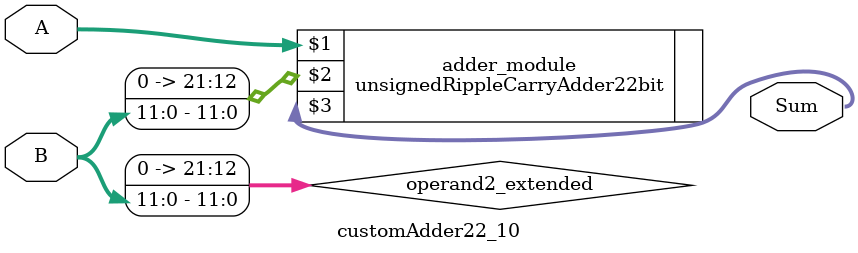
<source format=v>

module customAdder22_10(
                    input [21 : 0] A,
                    input [11 : 0] B,
                    
                    output [22 : 0] Sum
            );

    wire [21 : 0] operand2_extended;
    
    assign operand2_extended =  {10'b0, B};
    
    unsignedRippleCarryAdder22bit adder_module(
        A,
        operand2_extended,
        Sum
    );
    
endmodule
        
</source>
